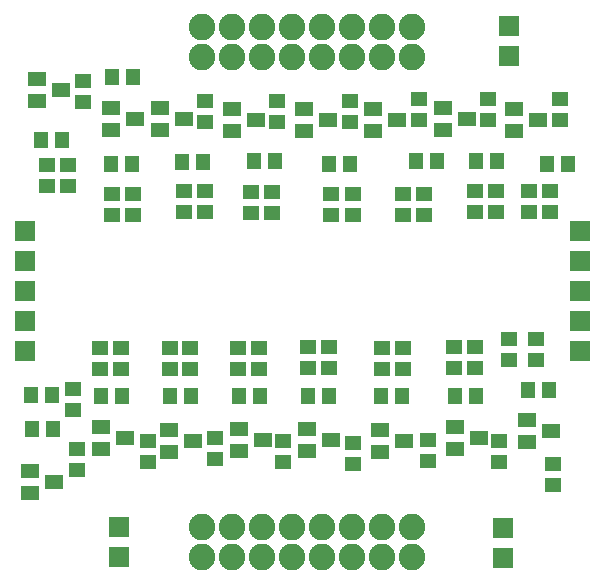
<source format=gts>
%FSLAX24Y24*%
%MOIN*%
G04 EasyPC Gerber Version 18.0.8 Build 3632 *
%ADD141R,0.04940X0.05330*%
%ADD140R,0.07000X0.07000*%
%ADD139R,0.06200X0.04900*%
%ADD143R,0.05330X0.04940*%
%ADD142C,0.08874*%
X0Y0D02*
D02*
D139*
X4800Y4951D03*
Y5699D03*
X5025Y18001D03*
Y18749D03*
X5600Y5325D03*
X5825Y18375D03*
X7175Y6401D03*
Y7149D03*
X7490Y17051D03*
Y17799D03*
X7975Y6775D03*
X8290Y17425D03*
X9125Y17051D03*
Y17799D03*
X9425Y6301D03*
Y7049D03*
X9925Y17425D03*
X10225Y6675D03*
X11525Y17001D03*
Y17749D03*
X11775Y6351D03*
Y7099D03*
X12325Y17375D03*
X12575Y6725D03*
X13925Y17001D03*
Y17749D03*
X14025Y6351D03*
Y7099D03*
X14725Y17375D03*
X14825Y6725D03*
X16225Y17001D03*
Y17749D03*
X16450Y6301D03*
Y7049D03*
X17024Y17375D03*
X17250Y6675D03*
X18575Y17051D03*
Y17799D03*
X18975Y6401D03*
Y7149D03*
X19375Y17425D03*
X19775Y6775D03*
X20925Y17001D03*
Y17749D03*
X21350Y6651D03*
Y7399D03*
X21725Y17375D03*
X22150Y7025D03*
D02*
D140*
X4625Y9675D03*
Y10675D03*
Y11675D03*
Y12675D03*
Y13675D03*
X7775Y2825D03*
Y3825D03*
X20575Y2775D03*
Y3775D03*
X20775Y19525D03*
Y20525D03*
X23125Y9675D03*
Y10675D03*
Y11675D03*
Y12675D03*
Y13675D03*
D02*
D141*
X4825Y8225D03*
X4850Y7075D03*
X5175Y16725D03*
X5525Y8225D03*
X5550Y7075D03*
X5875Y16725D03*
X7150Y8175D03*
X7490Y15925D03*
X7525Y18825D03*
X7850Y8175D03*
X8190Y15925D03*
X8225Y18825D03*
X9450Y8175D03*
X9875Y15975D03*
X10150Y8175D03*
X10575Y15975D03*
X11750Y8175D03*
X12275Y16025D03*
X12450Y8175D03*
X12975Y16025D03*
X14050Y8175D03*
X14750D03*
X14775Y15925D03*
X15475D03*
X16500Y8175D03*
X17200D03*
X17675Y16025D03*
X18375D03*
X18950Y8175D03*
X19650D03*
X19675Y16025D03*
X20375D03*
X21400Y8375D03*
X22025Y15925D03*
X22100Y8375D03*
X22725Y15925D03*
D02*
D142*
X10525Y2825D03*
Y3825D03*
Y19475D03*
Y20475D03*
X11525Y2825D03*
Y3825D03*
Y19475D03*
Y20475D03*
X12525Y2825D03*
Y3825D03*
Y19475D03*
Y20475D03*
X13525Y2825D03*
Y3825D03*
Y19475D03*
Y20475D03*
X14525Y2825D03*
Y3825D03*
Y19475D03*
Y20475D03*
X15525Y2825D03*
Y3825D03*
Y19475D03*
Y20475D03*
X16525Y2825D03*
Y3825D03*
Y19475D03*
Y20475D03*
X17525Y2825D03*
Y3825D03*
Y19475D03*
Y20475D03*
D02*
D143*
X5375Y15175D03*
Y15875D03*
X6075Y15175D03*
Y15875D03*
X6225Y7725D03*
Y8425D03*
X6375Y5725D03*
Y6425D03*
X6575Y17975D03*
Y18675D03*
X7125Y9075D03*
Y9775D03*
X7525Y14225D03*
Y14925D03*
X7825Y9075D03*
Y9775D03*
X8240Y14225D03*
Y14925D03*
X8725Y5975D03*
Y6675D03*
X9475Y9075D03*
Y9775D03*
X9925Y14325D03*
Y15025D03*
X10125Y9075D03*
Y9775D03*
X10625Y14325D03*
Y15025D03*
Y17325D03*
Y18025D03*
X10975Y6075D03*
Y6775D03*
X11725Y9075D03*
Y9775D03*
X12175Y14275D03*
Y14975D03*
X12425Y9075D03*
Y9775D03*
X12875Y14275D03*
Y14975D03*
X13025Y17325D03*
Y18025D03*
X13225Y5975D03*
Y6675D03*
X14075Y9125D03*
Y9825D03*
X14775Y9125D03*
Y9825D03*
X14825Y14225D03*
Y14925D03*
X15475Y17325D03*
Y18025D03*
X15575Y5925D03*
Y6625D03*
Y14225D03*
Y14925D03*
X16525Y9075D03*
Y9775D03*
X17225Y9075D03*
Y9775D03*
Y14225D03*
Y14925D03*
X17775Y17375D03*
Y18075D03*
X17925Y14225D03*
Y14925D03*
X18075Y6025D03*
Y6725D03*
X18925Y9125D03*
Y9825D03*
X19625Y9125D03*
Y9825D03*
Y14325D03*
Y15025D03*
X20075Y17375D03*
Y18075D03*
X20325Y14325D03*
Y15025D03*
X20425Y5975D03*
Y6675D03*
X20775Y9375D03*
Y10075D03*
X21425Y14325D03*
Y15025D03*
X21675Y9375D03*
Y10075D03*
X22125Y14325D03*
Y15025D03*
X22225Y5225D03*
Y5925D03*
X22475Y17375D03*
Y18075D03*
X0Y0D02*
M02*

</source>
